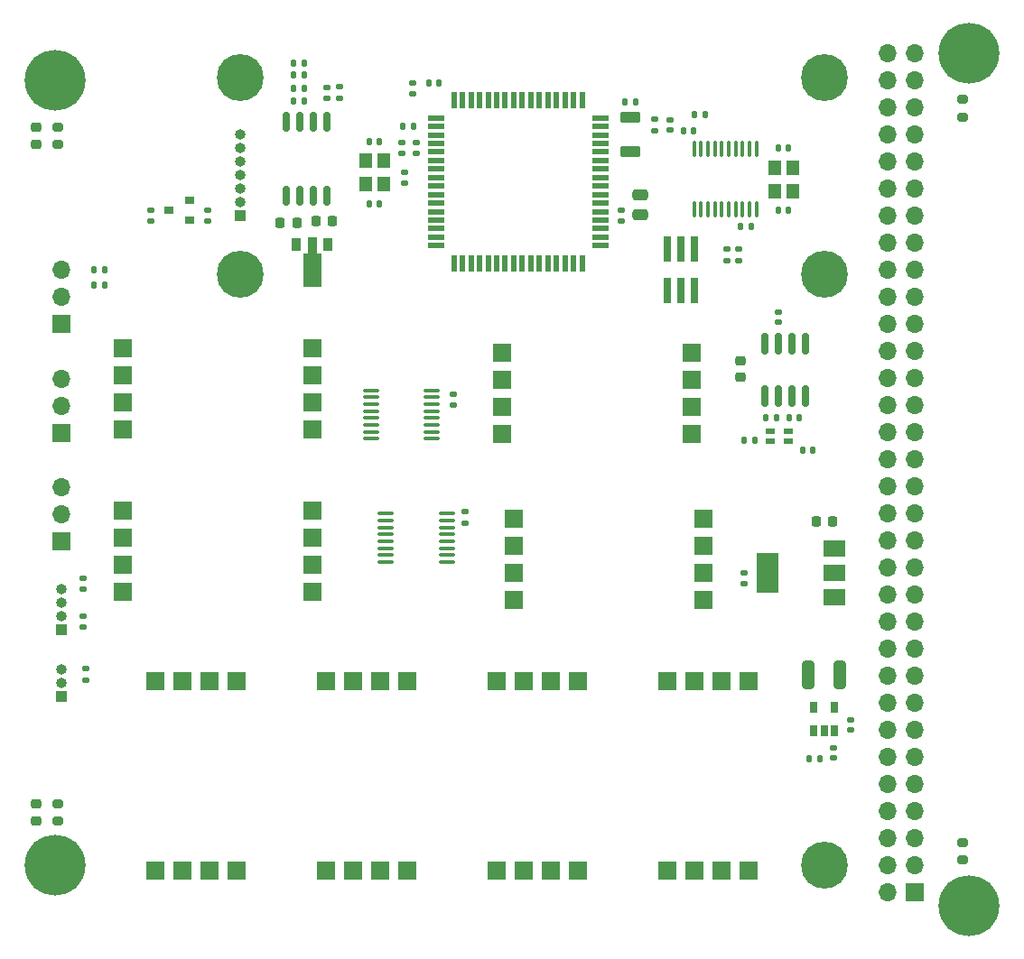
<source format=gbr>
%TF.GenerationSoftware,KiCad,Pcbnew,(6.0.0)*%
%TF.CreationDate,2022-01-29T18:53:07+09:00*%
%TF.ProjectId,ykts-payload,796b7473-2d70-4617-996c-6f61642e6b69,A4*%
%TF.SameCoordinates,Original*%
%TF.FileFunction,Soldermask,Top*%
%TF.FilePolarity,Negative*%
%FSLAX46Y46*%
G04 Gerber Fmt 4.6, Leading zero omitted, Abs format (unit mm)*
G04 Created by KiCad (PCBNEW (6.0.0)) date 2022-01-29 18:53:07*
%MOMM*%
%LPD*%
G01*
G04 APERTURE LIST*
G04 Aperture macros list*
%AMRoundRect*
0 Rectangle with rounded corners*
0 $1 Rounding radius*
0 $2 $3 $4 $5 $6 $7 $8 $9 X,Y pos of 4 corners*
0 Add a 4 corners polygon primitive as box body*
4,1,4,$2,$3,$4,$5,$6,$7,$8,$9,$2,$3,0*
0 Add four circle primitives for the rounded corners*
1,1,$1+$1,$2,$3*
1,1,$1+$1,$4,$5*
1,1,$1+$1,$6,$7*
1,1,$1+$1,$8,$9*
0 Add four rect primitives between the rounded corners*
20,1,$1+$1,$2,$3,$4,$5,0*
20,1,$1+$1,$4,$5,$6,$7,0*
20,1,$1+$1,$6,$7,$8,$9,0*
20,1,$1+$1,$8,$9,$2,$3,0*%
%AMFreePoly0*
4,1,9,3.862500,-0.866500,0.737500,-0.866500,0.737500,-0.450000,-0.737500,-0.450000,-0.737500,0.450000,0.737500,0.450000,0.737500,0.866500,3.862500,0.866500,3.862500,-0.866500,3.862500,-0.866500,$1*%
G04 Aperture macros list end*
%ADD10RoundRect,0.150000X-0.150000X0.800000X-0.150000X-0.800000X0.150000X-0.800000X0.150000X0.800000X0*%
%ADD11C,5.700000*%
%ADD12R,1.700000X1.700000*%
%ADD13O,1.700000X1.700000*%
%ADD14RoundRect,0.140000X0.170000X-0.140000X0.170000X0.140000X-0.170000X0.140000X-0.170000X-0.140000X0*%
%ADD15RoundRect,0.140000X0.140000X0.170000X-0.140000X0.170000X-0.140000X-0.170000X0.140000X-0.170000X0*%
%ADD16RoundRect,0.225000X0.250000X-0.225000X0.250000X0.225000X-0.250000X0.225000X-0.250000X-0.225000X0*%
%ADD17RoundRect,0.140000X-0.140000X-0.170000X0.140000X-0.170000X0.140000X0.170000X-0.140000X0.170000X0*%
%ADD18RoundRect,0.025500X-0.354500X0.229500X-0.354500X-0.229500X0.354500X-0.229500X0.354500X0.229500X0*%
%ADD19C,4.400000*%
%ADD20R,1.000000X1.000000*%
%ADD21O,1.000000X1.000000*%
%ADD22RoundRect,0.250000X0.700000X-0.275000X0.700000X0.275000X-0.700000X0.275000X-0.700000X-0.275000X0*%
%ADD23RoundRect,0.135000X-0.185000X0.135000X-0.185000X-0.135000X0.185000X-0.135000X0.185000X0.135000X0*%
%ADD24RoundRect,0.135000X0.185000X-0.135000X0.185000X0.135000X-0.185000X0.135000X-0.185000X-0.135000X0*%
%ADD25RoundRect,0.135000X0.135000X0.185000X-0.135000X0.185000X-0.135000X-0.185000X0.135000X-0.185000X0*%
%ADD26RoundRect,0.135000X-0.135000X-0.185000X0.135000X-0.185000X0.135000X0.185000X-0.135000X0.185000X0*%
%ADD27RoundRect,0.100000X0.637500X0.100000X-0.637500X0.100000X-0.637500X-0.100000X0.637500X-0.100000X0*%
%ADD28RoundRect,0.250000X0.475000X-0.250000X0.475000X0.250000X-0.475000X0.250000X-0.475000X-0.250000X0*%
%ADD29RoundRect,0.140000X-0.170000X0.140000X-0.170000X-0.140000X0.170000X-0.140000X0.170000X0.140000X0*%
%ADD30RoundRect,0.147500X-0.147500X-0.172500X0.147500X-0.172500X0.147500X0.172500X-0.147500X0.172500X0*%
%ADD31R,0.550000X1.500000*%
%ADD32R,1.500000X0.550000*%
%ADD33R,1.200000X1.400000*%
%ADD34RoundRect,0.100000X0.100000X-0.637500X0.100000X0.637500X-0.100000X0.637500X-0.100000X-0.637500X0*%
%ADD35RoundRect,0.150000X-0.150000X0.825000X-0.150000X-0.825000X0.150000X-0.825000X0.150000X0.825000X0*%
%ADD36R,0.740000X2.400000*%
%ADD37R,0.900000X0.800000*%
%ADD38RoundRect,0.250000X-0.312500X-1.075000X0.312500X-1.075000X0.312500X1.075000X-0.312500X1.075000X0*%
%ADD39RoundRect,0.225000X0.225000X0.250000X-0.225000X0.250000X-0.225000X-0.250000X0.225000X-0.250000X0*%
%ADD40RoundRect,0.200000X0.275000X-0.200000X0.275000X0.200000X-0.275000X0.200000X-0.275000X-0.200000X0*%
%ADD41RoundRect,0.200000X-0.275000X0.200000X-0.275000X-0.200000X0.275000X-0.200000X0.275000X0.200000X0*%
%ADD42RoundRect,0.225000X-0.225000X-0.250000X0.225000X-0.250000X0.225000X0.250000X-0.225000X0.250000X0*%
%ADD43RoundRect,0.225000X-0.250000X0.225000X-0.250000X-0.225000X0.250000X-0.225000X0.250000X0.225000X0*%
%ADD44R,2.000000X1.500000*%
%ADD45R,2.000000X3.800000*%
%ADD46R,0.900000X1.300000*%
%ADD47FreePoly0,270.000000*%
%ADD48RoundRect,0.147500X0.172500X-0.147500X0.172500X0.147500X-0.172500X0.147500X-0.172500X-0.147500X0*%
%ADD49R,0.650000X1.060000*%
G04 APERTURE END LIST*
D10*
%TO.C,U3*%
X119507000Y-71176000D03*
X118237000Y-71176000D03*
X116967000Y-71176000D03*
X115697000Y-71176000D03*
X115697000Y-78176000D03*
X116967000Y-78176000D03*
X118237000Y-78176000D03*
X119507000Y-78176000D03*
%TD*%
D11*
%TO.C,H1*%
X179705000Y-144780000D03*
%TD*%
%TO.C,H2*%
X179705000Y-64770000D03*
%TD*%
%TO.C,H3*%
X93980000Y-67310000D03*
%TD*%
%TO.C,H4*%
X93980000Y-140970000D03*
%TD*%
D12*
%TO.C,J3*%
X174625000Y-143510000D03*
D13*
X172085000Y-143510000D03*
X174625000Y-140970000D03*
X172085000Y-140970000D03*
X174625000Y-138430000D03*
X172085000Y-138430000D03*
X174625000Y-135890000D03*
X172085000Y-135890000D03*
X174625000Y-133350000D03*
X172085000Y-133350000D03*
X174625000Y-130810000D03*
X172085000Y-130810000D03*
X174625000Y-128270000D03*
X172085000Y-128270000D03*
X174625000Y-125730000D03*
X172085000Y-125730000D03*
X174625000Y-123190000D03*
X172085000Y-123190000D03*
X174625000Y-120650000D03*
X172085000Y-120650000D03*
X174625000Y-118110000D03*
X172085000Y-118110000D03*
X174625000Y-115570000D03*
X172085000Y-115570000D03*
X174625000Y-113030000D03*
X172085000Y-113030000D03*
X174625000Y-110490000D03*
X172085000Y-110490000D03*
X174625000Y-107950000D03*
X172085000Y-107950000D03*
X174625000Y-105410000D03*
X172085000Y-105410000D03*
X174625000Y-102870000D03*
X172085000Y-102870000D03*
X174625000Y-100330000D03*
X172085000Y-100330000D03*
X174625000Y-97790000D03*
X172085000Y-97790000D03*
X174625000Y-95250000D03*
X172085000Y-95250000D03*
X174625000Y-92710000D03*
X172085000Y-92710000D03*
X174625000Y-90170000D03*
X172085000Y-90170000D03*
X174625000Y-87630000D03*
X172085000Y-87630000D03*
X174625000Y-85090000D03*
X172085000Y-85090000D03*
X174625000Y-82550000D03*
X172085000Y-82550000D03*
X174625000Y-80010000D03*
X172085000Y-80010000D03*
X174625000Y-77470000D03*
X172085000Y-77470000D03*
X174625000Y-74930000D03*
X172085000Y-74930000D03*
X174625000Y-72390000D03*
X172085000Y-72390000D03*
X174625000Y-69850000D03*
X172085000Y-69850000D03*
X174625000Y-67310000D03*
X172085000Y-67310000D03*
X174625000Y-64770000D03*
X172085000Y-64770000D03*
%TD*%
D12*
%TO.C,J7*%
X94615000Y-90170000D03*
D13*
X94615000Y-87630000D03*
X94615000Y-85090000D03*
%TD*%
D14*
%TO.C,C3*%
X126492000Y-74140000D03*
X126492000Y-73180000D03*
%TD*%
%TO.C,C4*%
X147066000Y-80490000D03*
X147066000Y-79530000D03*
%TD*%
D15*
%TO.C,C11*%
X162786000Y-79502000D03*
X161826000Y-79502000D03*
%TD*%
D16*
%TO.C,C13*%
X158242000Y-95183000D03*
X158242000Y-93633000D03*
%TD*%
D17*
%TO.C,CH1*%
X162842000Y-98933000D03*
X163802000Y-98933000D03*
%TD*%
D15*
%TO.C,CL1*%
X161643000Y-98933000D03*
X160683000Y-98933000D03*
%TD*%
D18*
%TO.C,FL1*%
X162760000Y-100276000D03*
X161090000Y-100276000D03*
X161090000Y-101146000D03*
X162760000Y-101146000D03*
%TD*%
D14*
%TO.C,C15*%
X161798000Y-90015000D03*
X161798000Y-89055000D03*
%TD*%
D19*
%TO.C,H5*%
X111379000Y-85471000D03*
%TD*%
%TO.C,H6*%
X111379000Y-67056000D03*
%TD*%
%TO.C,H7*%
X166116000Y-67056000D03*
%TD*%
%TO.C,H8*%
X166116000Y-85471000D03*
%TD*%
D20*
%TO.C,J2*%
X111379000Y-80010000D03*
D21*
X111379000Y-78740000D03*
X111379000Y-77470000D03*
X111379000Y-76200000D03*
X111379000Y-74930000D03*
X111379000Y-73660000D03*
X111379000Y-72390000D03*
%TD*%
D20*
%TO.C,J5*%
X94615000Y-118867000D03*
D21*
X94615000Y-117597000D03*
X94615000Y-116327000D03*
X94615000Y-115057000D03*
%TD*%
D22*
%TO.C,L1*%
X147955000Y-73965000D03*
X147955000Y-70815000D03*
%TD*%
D23*
%TO.C,R11*%
X127889000Y-73150000D03*
X127889000Y-74170000D03*
%TD*%
D24*
%TO.C,R12*%
X126746000Y-76964000D03*
X126746000Y-75944000D03*
%TD*%
D25*
%TO.C,R13*%
X127637000Y-71628000D03*
X126617000Y-71628000D03*
%TD*%
D24*
%TO.C,R16*%
X127508000Y-68582000D03*
X127508000Y-67562000D03*
%TD*%
D23*
%TO.C,R27*%
X132461000Y-107821000D03*
X132461000Y-108841000D03*
%TD*%
D25*
%TO.C,R28*%
X159260000Y-81026000D03*
X158240000Y-81026000D03*
%TD*%
D26*
%TO.C,R29*%
X153922000Y-70485000D03*
X154942000Y-70485000D03*
%TD*%
D24*
%TO.C,R30*%
X150241000Y-72011000D03*
X150241000Y-70991000D03*
%TD*%
D27*
%TO.C,U5*%
X129354500Y-100954000D03*
X129354500Y-100304000D03*
X129354500Y-99654000D03*
X129354500Y-99004000D03*
X129354500Y-98354000D03*
X129354500Y-97704000D03*
X129354500Y-97054000D03*
X129354500Y-96404000D03*
X123629500Y-96404000D03*
X123629500Y-97054000D03*
X123629500Y-97704000D03*
X123629500Y-98354000D03*
X123629500Y-99004000D03*
X123629500Y-99654000D03*
X123629500Y-100304000D03*
X123629500Y-100954000D03*
%TD*%
D17*
%TO.C,C2*%
X123472000Y-73025000D03*
X124432000Y-73025000D03*
%TD*%
%TO.C,C5*%
X147475000Y-69342000D03*
X148435000Y-69342000D03*
%TD*%
D28*
%TO.C,C6*%
X148844000Y-79944000D03*
X148844000Y-78044000D03*
%TD*%
D17*
%TO.C,C10*%
X161826000Y-73660000D03*
X162786000Y-73660000D03*
%TD*%
D15*
%TO.C,C12*%
X153896000Y-72009000D03*
X152936000Y-72009000D03*
%TD*%
D29*
%TO.C,C14*%
X151638000Y-71021000D03*
X151638000Y-71981000D03*
%TD*%
D15*
%TO.C,CH2*%
X159611000Y-101092000D03*
X158651000Y-101092000D03*
%TD*%
D17*
%TO.C,CL2*%
X164112000Y-101981000D03*
X165072000Y-101981000D03*
%TD*%
D30*
%TO.C,D2*%
X129055000Y-67564000D03*
X130025000Y-67564000D03*
%TD*%
D31*
%TO.C,U1*%
X143414000Y-69135000D03*
X142614000Y-69135000D03*
X141814000Y-69135000D03*
X141014000Y-69135000D03*
X140214000Y-69135000D03*
X139414000Y-69135000D03*
X138614000Y-69135000D03*
X137814000Y-69135000D03*
X137014000Y-69135000D03*
X136214000Y-69135000D03*
X135414000Y-69135000D03*
X134614000Y-69135000D03*
X133814000Y-69135000D03*
X133014000Y-69135000D03*
X132214000Y-69135000D03*
X131414000Y-69135000D03*
D32*
X129714000Y-70835000D03*
X129714000Y-71635000D03*
X129714000Y-72435000D03*
X129714000Y-73235000D03*
X129714000Y-74035000D03*
X129714000Y-74835000D03*
X129714000Y-75635000D03*
X129714000Y-76435000D03*
X129714000Y-77235000D03*
X129714000Y-78035000D03*
X129714000Y-78835000D03*
X129714000Y-79635000D03*
X129714000Y-80435000D03*
X129714000Y-81235000D03*
X129714000Y-82035000D03*
X129714000Y-82835000D03*
D31*
X131414000Y-84535000D03*
X132214000Y-84535000D03*
X133014000Y-84535000D03*
X133814000Y-84535000D03*
X134614000Y-84535000D03*
X135414000Y-84535000D03*
X136214000Y-84535000D03*
X137014000Y-84535000D03*
X137814000Y-84535000D03*
X138614000Y-84535000D03*
X139414000Y-84535000D03*
X140214000Y-84535000D03*
X141014000Y-84535000D03*
X141814000Y-84535000D03*
X142614000Y-84535000D03*
X143414000Y-84535000D03*
D32*
X145114000Y-82835000D03*
X145114000Y-82035000D03*
X145114000Y-81235000D03*
X145114000Y-80435000D03*
X145114000Y-79635000D03*
X145114000Y-78835000D03*
X145114000Y-78035000D03*
X145114000Y-77235000D03*
X145114000Y-76435000D03*
X145114000Y-75635000D03*
X145114000Y-74835000D03*
X145114000Y-74035000D03*
X145114000Y-73235000D03*
X145114000Y-72435000D03*
X145114000Y-71635000D03*
X145114000Y-70835000D03*
%TD*%
D33*
%TO.C,Y2*%
X163156000Y-77681000D03*
X163156000Y-75481000D03*
X161456000Y-75481000D03*
X161456000Y-77681000D03*
%TD*%
D12*
%TO.C,N1*%
X118110000Y-107696000D03*
X118110000Y-110236000D03*
X118110000Y-112776000D03*
X118110000Y-115316000D03*
X100330000Y-107696000D03*
X100330000Y-110236000D03*
X100330000Y-112776000D03*
X100330000Y-115316000D03*
%TD*%
%TO.C,N2*%
X118110000Y-92456000D03*
X118110000Y-94996000D03*
X118110000Y-97536000D03*
X118110000Y-100076000D03*
X100330000Y-92456000D03*
X100330000Y-94996000D03*
X100330000Y-97536000D03*
X100330000Y-100076000D03*
%TD*%
%TO.C,N3*%
X135890000Y-100457000D03*
X135890000Y-97917000D03*
X135890000Y-95377000D03*
X135890000Y-92837000D03*
X153670000Y-100457000D03*
X153670000Y-97917000D03*
X153670000Y-95377000D03*
X153670000Y-92837000D03*
%TD*%
%TO.C,N4*%
X137033000Y-116078000D03*
X137033000Y-113538000D03*
X137033000Y-110998000D03*
X137033000Y-108458000D03*
X154813000Y-116078000D03*
X154813000Y-113538000D03*
X154813000Y-110998000D03*
X154813000Y-108458000D03*
%TD*%
%TO.C,N5*%
X103378000Y-123698000D03*
X105918000Y-123698000D03*
X108458000Y-123698000D03*
X110998000Y-123698000D03*
X103378000Y-141478000D03*
X105918000Y-141478000D03*
X108458000Y-141478000D03*
X110998000Y-141478000D03*
%TD*%
%TO.C,N6*%
X151384000Y-123698000D03*
X153924000Y-123698000D03*
X156464000Y-123698000D03*
X159004000Y-123698000D03*
X151384000Y-141478000D03*
X153924000Y-141478000D03*
X156464000Y-141478000D03*
X159004000Y-141478000D03*
%TD*%
%TO.C,N7*%
X119380000Y-123698000D03*
X121920000Y-123698000D03*
X124460000Y-123698000D03*
X127000000Y-123698000D03*
X119380000Y-141478000D03*
X121920000Y-141478000D03*
X124460000Y-141478000D03*
X127000000Y-141478000D03*
%TD*%
%TO.C,N8*%
X135382000Y-123698000D03*
X137922000Y-123698000D03*
X140462000Y-123698000D03*
X143002000Y-123698000D03*
X135382000Y-141478000D03*
X137922000Y-141478000D03*
X140462000Y-141478000D03*
X143002000Y-141478000D03*
%TD*%
D27*
%TO.C,U6*%
X130751500Y-112511000D03*
X130751500Y-111861000D03*
X130751500Y-111211000D03*
X130751500Y-110561000D03*
X130751500Y-109911000D03*
X130751500Y-109261000D03*
X130751500Y-108611000D03*
X130751500Y-107961000D03*
X125026500Y-107961000D03*
X125026500Y-108611000D03*
X125026500Y-109261000D03*
X125026500Y-109911000D03*
X125026500Y-110561000D03*
X125026500Y-111211000D03*
X125026500Y-111861000D03*
X125026500Y-112511000D03*
%TD*%
D34*
%TO.C,U7*%
X153920000Y-79443500D03*
X154570000Y-79443500D03*
X155220000Y-79443500D03*
X155870000Y-79443500D03*
X156520000Y-79443500D03*
X157170000Y-79443500D03*
X157820000Y-79443500D03*
X158470000Y-79443500D03*
X159120000Y-79443500D03*
X159770000Y-79443500D03*
X159770000Y-73718500D03*
X159120000Y-73718500D03*
X158470000Y-73718500D03*
X157820000Y-73718500D03*
X157170000Y-73718500D03*
X156520000Y-73718500D03*
X155870000Y-73718500D03*
X155220000Y-73718500D03*
X154570000Y-73718500D03*
X153920000Y-73718500D03*
%TD*%
D35*
%TO.C,U8*%
X164338000Y-92013000D03*
X163068000Y-92013000D03*
X161798000Y-92013000D03*
X160528000Y-92013000D03*
X160528000Y-96963000D03*
X161798000Y-96963000D03*
X163068000Y-96963000D03*
X164338000Y-96963000D03*
%TD*%
D15*
%TO.C,C1*%
X124433755Y-78867000D03*
X123473755Y-78867000D03*
%TD*%
D36*
%TO.C,J6*%
X151384000Y-87040000D03*
X151384000Y-83140000D03*
X152654000Y-87040000D03*
X152654000Y-83140000D03*
X153924000Y-87040000D03*
X153924000Y-83140000D03*
%TD*%
D37*
%TO.C,Q1*%
X106664000Y-80452000D03*
X106664000Y-78552000D03*
X104664000Y-79502000D03*
%TD*%
D24*
%TO.C,R9*%
X108331000Y-80520000D03*
X108331000Y-79500000D03*
%TD*%
D23*
%TO.C,R10*%
X102997000Y-79500000D03*
X102997000Y-80520000D03*
%TD*%
%TO.C,R26*%
X131318000Y-96772000D03*
X131318000Y-97792000D03*
%TD*%
D33*
%TO.C,Y1*%
X124803755Y-77048000D03*
X124803755Y-74848000D03*
X123103755Y-74848000D03*
X123103755Y-77048000D03*
%TD*%
D24*
%TO.C,R22*%
X119507000Y-68965000D03*
X119507000Y-67945000D03*
%TD*%
D16*
%TO.C,C32*%
X92202000Y-73292000D03*
X92202000Y-71742000D03*
%TD*%
D38*
%TO.C,R_CSB1*%
X164661500Y-123105000D03*
X167586500Y-123105000D03*
%TD*%
D39*
%TO.C,C7*%
X116663500Y-80645000D03*
X115113500Y-80645000D03*
%TD*%
D19*
%TO.C,H9*%
X166116000Y-140970000D03*
%TD*%
D26*
%TO.C,R21*%
X116330000Y-69215000D03*
X117350000Y-69215000D03*
%TD*%
D24*
%TO.C,R8*%
X96901000Y-123573000D03*
X96901000Y-122553000D03*
%TD*%
D40*
%TO.C,R1*%
X179070000Y-140461000D03*
X179070000Y-138811000D03*
%TD*%
D25*
%TO.C,R18*%
X117350000Y-68072000D03*
X116330000Y-68072000D03*
%TD*%
D29*
%TO.C,C36*%
X158623000Y-113566000D03*
X158623000Y-114526000D03*
%TD*%
D23*
%TO.C,R6*%
X96647000Y-114044000D03*
X96647000Y-115064000D03*
%TD*%
D41*
%TO.C,R3*%
X94234000Y-71692000D03*
X94234000Y-73342000D03*
%TD*%
D39*
%TO.C,C34*%
X166891000Y-108712000D03*
X165341000Y-108712000D03*
%TD*%
D12*
%TO.C,J1*%
X94615000Y-110602000D03*
D13*
X94615000Y-108062000D03*
X94615000Y-105522000D03*
%TD*%
D23*
%TO.C,R5*%
X156972000Y-83183000D03*
X156972000Y-84203000D03*
%TD*%
D24*
%TO.C,R24*%
X158115000Y-84203000D03*
X158115000Y-83183000D03*
%TD*%
D42*
%TO.C,C8*%
X118478000Y-80518000D03*
X120028000Y-80518000D03*
%TD*%
D23*
%TO.C,R7*%
X96647000Y-117600000D03*
X96647000Y-118620000D03*
%TD*%
D26*
%TO.C,R20*%
X116330000Y-66802000D03*
X117350000Y-66802000D03*
%TD*%
D43*
%TO.C,C33*%
X92202000Y-135242000D03*
X92202000Y-136792000D03*
%TD*%
D44*
%TO.C,U12*%
X167107000Y-115838000D03*
D45*
X160807000Y-113538000D03*
D44*
X167107000Y-113538000D03*
X167107000Y-111238000D03*
%TD*%
D46*
%TO.C,U2*%
X119610000Y-82678000D03*
D47*
X118110000Y-82765500D03*
D46*
X116610000Y-82678000D03*
%TD*%
D48*
%TO.C,D3*%
X167005000Y-130914000D03*
X167005000Y-129944000D03*
%TD*%
D12*
%TO.C,J9*%
X94615000Y-100442000D03*
D13*
X94615000Y-97902000D03*
X94615000Y-95362000D03*
%TD*%
D25*
%TO.C,R15*%
X98681000Y-86487000D03*
X97661000Y-86487000D03*
%TD*%
D23*
%TO.C,R19*%
X120650000Y-67943000D03*
X120650000Y-68963000D03*
%TD*%
D14*
%TO.C,C9*%
X168590000Y-128284000D03*
X168590000Y-127324000D03*
%TD*%
D26*
%TO.C,R14*%
X97663000Y-85090000D03*
X98683000Y-85090000D03*
%TD*%
D40*
%TO.C,R4*%
X94234000Y-136842000D03*
X94234000Y-135192000D03*
%TD*%
D49*
%TO.C,U4*%
X165166000Y-128354000D03*
X166116000Y-128354000D03*
X167066000Y-128354000D03*
X167066000Y-126154000D03*
X165166000Y-126154000D03*
%TD*%
D25*
%TO.C,R23*%
X165737000Y-130937000D03*
X164717000Y-130937000D03*
%TD*%
D41*
%TO.C,R2*%
X179070000Y-69088000D03*
X179070000Y-70738000D03*
%TD*%
D20*
%TO.C,J4*%
X94615000Y-125095000D03*
D21*
X94615000Y-123825000D03*
X94615000Y-122555000D03*
%TD*%
D25*
%TO.C,R17*%
X117350000Y-65659000D03*
X116330000Y-65659000D03*
%TD*%
M02*

</source>
